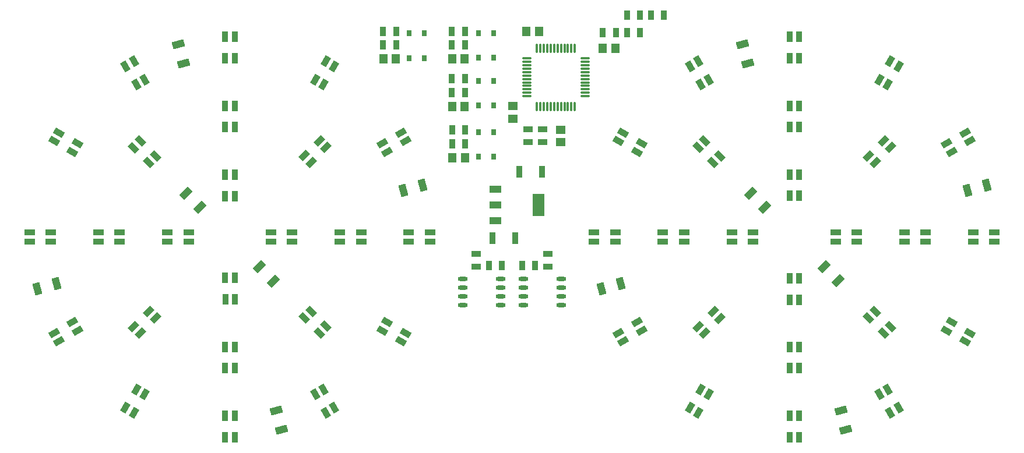
<source format=gtp>
G04 Layer_Color=8421504*
%FSLAX44Y44*%
%MOMM*%
G71*
G01*
G75*
%ADD10O,0.3000X1.4500*%
%ADD11O,1.4500X0.3000*%
%ADD12O,1.4500X0.6000*%
%ADD13R,0.8000X0.9500*%
G04:AMPARAMS|DCode=14|XSize=1.05mm|YSize=1.75mm|CornerRadius=0mm|HoleSize=0mm|Usage=FLASHONLY|Rotation=314.423|XOffset=0mm|YOffset=0mm|HoleType=Round|Shape=Rectangle|*
%AMROTATEDRECTD14*
4,1,4,-0.9924,-0.2375,0.2574,0.9874,0.9924,0.2375,-0.2574,-0.9874,-0.9924,-0.2375,0.0*
%
%ADD14ROTATEDRECTD14*%

%ADD15R,0.9500X1.4000*%
%ADD16R,1.7500X1.0000*%
%ADD17R,1.7500X3.2500*%
G04:AMPARAMS|DCode=18|XSize=0.9mm|YSize=1.5mm|CornerRadius=0mm|HoleSize=0mm|Usage=FLASHONLY|Rotation=180.309|XOffset=0mm|YOffset=0mm|HoleType=Round|Shape=Rectangle|*
%AMROTATEDRECTD18*
4,1,4,0.4460,0.7524,0.4540,-0.7476,-0.4460,-0.7524,-0.4540,0.7476,0.4460,0.7524,0.0*
%
%ADD18ROTATEDRECTD18*%

%ADD19R,0.9000X1.8000*%
%ADD20R,1.1500X1.4500*%
%ADD21R,1.1500X1.4500*%
%ADD22R,1.4000X0.9500*%
%ADD23R,1.4500X1.1500*%
G04:AMPARAMS|DCode=24|XSize=1.05mm|YSize=1.75mm|CornerRadius=0mm|HoleSize=0mm|Usage=FLASHONLY|Rotation=105.000|XOffset=0mm|YOffset=0mm|HoleType=Round|Shape=Rectangle|*
%AMROTATEDRECTD24*
4,1,4,0.9811,-0.2806,-0.7093,-0.7336,-0.9811,0.2806,0.7093,0.7336,0.9811,-0.2806,0.0*
%
%ADD24ROTATEDRECTD24*%

G04:AMPARAMS|DCode=25|XSize=1.05mm|YSize=1.75mm|CornerRadius=0mm|HoleSize=0mm|Usage=FLASHONLY|Rotation=195.000|XOffset=0mm|YOffset=0mm|HoleType=Round|Shape=Rectangle|*
%AMROTATEDRECTD25*
4,1,4,0.2806,0.9811,0.7336,-0.7093,-0.2806,-0.9811,-0.7336,0.7093,0.2806,0.9811,0.0*
%
%ADD25ROTATEDRECTD25*%

G04:AMPARAMS|DCode=26|XSize=1.05mm|YSize=1.75mm|CornerRadius=0mm|HoleSize=0mm|Usage=FLASHONLY|Rotation=195.000|XOffset=0mm|YOffset=0mm|HoleType=Round|Shape=Rectangle|*
%AMROTATEDRECTD26*
4,1,4,0.2806,0.9811,0.7336,-0.7093,-0.2806,-0.9811,-0.7336,0.7093,0.2806,0.9811,0.0*
%
%ADD26ROTATEDRECTD26*%

G04:AMPARAMS|DCode=27|XSize=1.05mm|YSize=1.75mm|CornerRadius=0mm|HoleSize=0mm|Usage=FLASHONLY|Rotation=135.000|XOffset=0mm|YOffset=0mm|HoleType=Round|Shape=Rectangle|*
%AMROTATEDRECTD27*
4,1,4,0.9899,0.2475,-0.2475,-0.9899,-0.9899,-0.2475,0.2475,0.9899,0.9899,0.2475,0.0*
%
%ADD27ROTATEDRECTD27*%

G04:AMPARAMS|DCode=28|XSize=1.05mm|YSize=1.75mm|CornerRadius=0mm|HoleSize=0mm|Usage=FLASHONLY|Rotation=105.000|XOffset=0mm|YOffset=0mm|HoleType=Round|Shape=Rectangle|*
%AMROTATEDRECTD28*
4,1,4,0.9811,-0.2806,-0.7093,-0.7336,-0.9811,0.2806,0.7093,0.7336,0.9811,-0.2806,0.0*
%
%ADD28ROTATEDRECTD28*%

G04:AMPARAMS|DCode=29|XSize=1.05mm|YSize=1.75mm|CornerRadius=0mm|HoleSize=0mm|Usage=FLASHONLY|Rotation=195.015|XOffset=0mm|YOffset=0mm|HoleType=Round|Shape=Rectangle|*
%AMROTATEDRECTD29*
4,1,4,0.2804,0.9811,0.7338,-0.7091,-0.2804,-0.9811,-0.7338,0.7091,0.2804,0.9811,0.0*
%
%ADD29ROTATEDRECTD29*%

G04:AMPARAMS|DCode=30|XSize=1.05mm|YSize=1.75mm|CornerRadius=0mm|HoleSize=0mm|Usage=FLASHONLY|Rotation=105.000|XOffset=0mm|YOffset=0mm|HoleType=Round|Shape=Rectangle|*
%AMROTATEDRECTD30*
4,1,4,0.9811,-0.2807,-0.7093,-0.7336,-0.9811,0.2807,0.7093,0.7336,0.9811,-0.2807,0.0*
%
%ADD30ROTATEDRECTD30*%

%ADD31R,1.5000X0.9000*%
G04:AMPARAMS|DCode=32|XSize=0.9mm|YSize=1.5mm|CornerRadius=0mm|HoleSize=0mm|Usage=FLASHONLY|Rotation=60.000|XOffset=0mm|YOffset=0mm|HoleType=Round|Shape=Rectangle|*
%AMROTATEDRECTD32*
4,1,4,0.4245,-0.7647,-0.8745,-0.0147,-0.4245,0.7647,0.8745,0.0147,0.4245,-0.7647,0.0*
%
%ADD32ROTATEDRECTD32*%

G04:AMPARAMS|DCode=33|XSize=0.9mm|YSize=1.5mm|CornerRadius=0mm|HoleSize=0mm|Usage=FLASHONLY|Rotation=30.000|XOffset=0mm|YOffset=0mm|HoleType=Round|Shape=Rectangle|*
%AMROTATEDRECTD33*
4,1,4,-0.0147,-0.8745,-0.7647,0.4245,0.0147,0.8745,0.7647,-0.4245,-0.0147,-0.8745,0.0*
%
%ADD33ROTATEDRECTD33*%

%ADD34R,0.9000X1.5000*%
G04:AMPARAMS|DCode=35|XSize=0.9mm|YSize=1.5mm|CornerRadius=0mm|HoleSize=0mm|Usage=FLASHONLY|Rotation=150.000|XOffset=0mm|YOffset=0mm|HoleType=Round|Shape=Rectangle|*
%AMROTATEDRECTD35*
4,1,4,0.7647,0.4245,0.0147,-0.8745,-0.7647,-0.4245,-0.0147,0.8745,0.7647,0.4245,0.0*
%
%ADD35ROTATEDRECTD35*%

G04:AMPARAMS|DCode=36|XSize=0.9mm|YSize=1.5mm|CornerRadius=0mm|HoleSize=0mm|Usage=FLASHONLY|Rotation=120.000|XOffset=0mm|YOffset=0mm|HoleType=Round|Shape=Rectangle|*
%AMROTATEDRECTD36*
4,1,4,0.8745,-0.0147,-0.4245,-0.7647,-0.8745,0.0147,0.4245,0.7647,0.8745,-0.0147,0.0*
%
%ADD36ROTATEDRECTD36*%

G04:AMPARAMS|DCode=37|XSize=0.9mm|YSize=1.5mm|CornerRadius=0mm|HoleSize=0mm|Usage=FLASHONLY|Rotation=45.000|XOffset=0mm|YOffset=0mm|HoleType=Round|Shape=Rectangle|*
%AMROTATEDRECTD37*
4,1,4,0.2121,-0.8485,-0.8485,0.2121,-0.2121,0.8485,0.8485,-0.2121,0.2121,-0.8485,0.0*
%
%ADD37ROTATEDRECTD37*%

G04:AMPARAMS|DCode=38|XSize=0.9mm|YSize=1.5mm|CornerRadius=0mm|HoleSize=0mm|Usage=FLASHONLY|Rotation=315.064|XOffset=0mm|YOffset=0mm|HoleType=Round|Shape=Rectangle|*
%AMROTATEDRECTD38*
4,1,4,-0.8483,-0.2131,0.2112,0.8488,0.8483,0.2131,-0.2112,-0.8488,-0.8483,-0.2131,0.0*
%
%ADD38ROTATEDRECTD38*%

G04:AMPARAMS|DCode=39|XSize=0.9mm|YSize=1.5mm|CornerRadius=0mm|HoleSize=0mm|Usage=FLASHONLY|Rotation=315.064|XOffset=0mm|YOffset=0mm|HoleType=Round|Shape=Rectangle|*
%AMROTATEDRECTD39*
4,1,4,-0.8483,-0.2131,0.2112,0.8488,0.8483,0.2131,-0.2112,-0.8488,-0.8483,-0.2131,0.0*
%
%ADD39ROTATEDRECTD39*%

G04:AMPARAMS|DCode=40|XSize=0.9mm|YSize=1.5mm|CornerRadius=0mm|HoleSize=0mm|Usage=FLASHONLY|Rotation=315.000|XOffset=0mm|YOffset=0mm|HoleType=Round|Shape=Rectangle|*
%AMROTATEDRECTD40*
4,1,4,-0.8485,-0.2121,0.2121,0.8485,0.8485,0.2121,-0.2121,-0.8485,-0.8485,-0.2121,0.0*
%
%ADD40ROTATEDRECTD40*%

G04:AMPARAMS|DCode=41|XSize=0.9mm|YSize=1.5mm|CornerRadius=0mm|HoleSize=0mm|Usage=FLASHONLY|Rotation=45.000|XOffset=0mm|YOffset=0mm|HoleType=Round|Shape=Rectangle|*
%AMROTATEDRECTD41*
4,1,4,0.2121,-0.8485,-0.8485,0.2121,-0.2121,0.8485,0.8485,-0.2121,0.2121,-0.8485,0.0*
%
%ADD41ROTATEDRECTD41*%

%ADD42R,1.5000X0.9000*%
D10*
X786250Y530000D02*
D03*
X791250Y530000D02*
D03*
X796250Y530000D02*
D03*
X801250Y530000D02*
D03*
X806250Y530000D02*
D03*
X811250D02*
D03*
X816250Y530000D02*
D03*
X821250Y530000D02*
D03*
X826250D02*
D03*
X831250D02*
D03*
X836250Y530000D02*
D03*
X841250D02*
D03*
X841250Y614500D02*
D03*
X836250Y614500D02*
D03*
X831250Y614500D02*
D03*
X826250Y614500D02*
D03*
X821250Y614500D02*
D03*
X816250Y614500D02*
D03*
X811250Y614500D02*
D03*
X806250Y614500D02*
D03*
X801250Y614500D02*
D03*
X796250D02*
D03*
X791250Y614500D02*
D03*
X786250D02*
D03*
D11*
X856000Y544750D02*
D03*
X856000Y549750D02*
D03*
X856000Y554750D02*
D03*
X856000Y559750D02*
D03*
X856000Y564750D02*
D03*
Y569750D02*
D03*
X856000Y574750D02*
D03*
X856000Y579750D02*
D03*
Y584750D02*
D03*
Y589750D02*
D03*
X856000Y594750D02*
D03*
Y599750D02*
D03*
X771500Y599750D02*
D03*
X771500Y594750D02*
D03*
X771500Y589750D02*
D03*
X771500Y584750D02*
D03*
X771500Y579750D02*
D03*
X771500Y574750D02*
D03*
X771500Y569750D02*
D03*
X771500Y564750D02*
D03*
X771500Y559750D02*
D03*
Y554750D02*
D03*
X771500Y549750D02*
D03*
Y544750D02*
D03*
D12*
X678750Y279300D02*
D03*
Y266600D02*
D03*
Y253900D02*
D03*
Y241200D02*
D03*
X733250Y279300D02*
D03*
Y266600D02*
D03*
Y253900D02*
D03*
Y241200D02*
D03*
X821250Y241250D02*
D03*
Y253950D02*
D03*
Y266650D02*
D03*
Y279350D02*
D03*
X766750Y241250D02*
D03*
Y253950D02*
D03*
Y266650D02*
D03*
Y279350D02*
D03*
D13*
X723000Y567000D02*
D03*
Y531000D02*
D03*
X622747Y636000D02*
D03*
Y600000D02*
D03*
X600953Y600000D02*
D03*
Y636000D02*
D03*
X723000Y636698D02*
D03*
Y600698D02*
D03*
X701000Y600698D02*
D03*
Y636698D02*
D03*
X723500Y492506D02*
D03*
Y456506D02*
D03*
X701500Y456506D02*
D03*
Y492506D02*
D03*
X701000Y531000D02*
D03*
Y567000D02*
D03*
D14*
X382616Y296517D02*
D03*
X402915Y275806D02*
D03*
D15*
X662500Y570000D02*
D03*
X681500D02*
D03*
X881925Y637439D02*
D03*
X900925D02*
D03*
X935925D02*
D03*
X916925D02*
D03*
X783750Y298500D02*
D03*
X764750D02*
D03*
X562630Y619000D02*
D03*
X581630D02*
D03*
X562630Y639000D02*
D03*
X581630D02*
D03*
X716250Y298500D02*
D03*
X735250D02*
D03*
X681500Y619000D02*
D03*
X662500D02*
D03*
Y639000D02*
D03*
X681500D02*
D03*
X970925Y662439D02*
D03*
X951925D02*
D03*
X916925D02*
D03*
X935925D02*
D03*
X682000Y475506D02*
D03*
X663000D02*
D03*
Y495506D02*
D03*
X682000D02*
D03*
X662500Y550000D02*
D03*
X681500D02*
D03*
D16*
X726250Y409465D02*
D03*
Y386465D02*
D03*
Y363465D02*
D03*
D17*
X788750Y386465D02*
D03*
D18*
X333320Y280621D02*
D03*
X347320Y280697D02*
D03*
X347487Y249697D02*
D03*
X333487Y249622D02*
D03*
X347000Y499899D02*
D03*
X333000D02*
D03*
X347000Y599899D02*
D03*
X333000D02*
D03*
X1167000Y149101D02*
D03*
X1153000D02*
D03*
X1167000Y49101D02*
D03*
X1153000D02*
D03*
X347000Y399531D02*
D03*
X333000D02*
D03*
X1167000Y248805D02*
D03*
X1153000D02*
D03*
X1167000Y499899D02*
D03*
X1153000D02*
D03*
X1167000Y599899D02*
D03*
X1153000D02*
D03*
X347000Y149101D02*
D03*
X333000D02*
D03*
X347000Y49101D02*
D03*
X333000D02*
D03*
X1167000Y399899D02*
D03*
X1153000D02*
D03*
D19*
X721750Y338000D02*
D03*
X754250D02*
D03*
X793250Y434965D02*
D03*
X760750D02*
D03*
D20*
X663000Y530000D02*
D03*
X681000D02*
D03*
X563247Y599000D02*
D03*
X581247D02*
D03*
X663000D02*
D03*
X681000D02*
D03*
X663500Y455267D02*
D03*
X681500D02*
D03*
D21*
X789000Y639000D02*
D03*
X771000D02*
D03*
X900000Y614646D02*
D03*
X882000Y614646D02*
D03*
D22*
X773250Y477629D02*
D03*
Y496629D02*
D03*
X802250Y296500D02*
D03*
Y315500D02*
D03*
X697750Y296500D02*
D03*
Y315500D02*
D03*
X794500Y496629D02*
D03*
Y477629D02*
D03*
D23*
X820500Y478129D02*
D03*
Y496129D02*
D03*
X751250Y512250D02*
D03*
X751250Y530250D02*
D03*
D24*
X1235032Y59978D02*
D03*
X1227526Y87991D02*
D03*
X264968Y620022D02*
D03*
X1084968Y620021D02*
D03*
X407525Y87991D02*
D03*
D25*
X620022Y415032D02*
D03*
X592010Y407526D02*
D03*
X879979Y264968D02*
D03*
X1411993Y407591D02*
D03*
X59979Y264968D02*
D03*
D26*
X907990Y272474D02*
D03*
X87991Y272474D02*
D03*
D27*
X296937Y383063D02*
D03*
X276431Y403569D02*
D03*
X1203063Y296937D02*
D03*
X1223569Y276431D02*
D03*
X1116937Y383063D02*
D03*
X1096431Y403569D02*
D03*
D28*
X272474Y592010D02*
D03*
X1092474Y592010D02*
D03*
D29*
X1440003Y415104D02*
D03*
D30*
X415031Y59979D02*
D03*
D31*
X1319899Y333000D02*
D03*
Y347000D02*
D03*
X1350899D02*
D03*
Y333000D02*
D03*
X1419899D02*
D03*
Y347000D02*
D03*
X1450899D02*
D03*
Y333000D02*
D03*
X399531D02*
D03*
Y347000D02*
D03*
X430531D02*
D03*
Y333000D02*
D03*
X1100469Y347000D02*
D03*
Y333000D02*
D03*
X1069469D02*
D03*
Y347000D02*
D03*
X180101D02*
D03*
Y333000D02*
D03*
X149101D02*
D03*
Y347000D02*
D03*
X80101D02*
D03*
Y333000D02*
D03*
X49101D02*
D03*
Y347000D02*
D03*
X1000101D02*
D03*
Y333000D02*
D03*
X969101D02*
D03*
Y347000D02*
D03*
X900101D02*
D03*
Y333000D02*
D03*
X869101D02*
D03*
Y347000D02*
D03*
X499899Y333000D02*
D03*
Y347000D02*
D03*
X530899D02*
D03*
Y333000D02*
D03*
X599899D02*
D03*
Y347000D02*
D03*
X630899D02*
D03*
Y333000D02*
D03*
X1219899D02*
D03*
Y347000D02*
D03*
X1250899D02*
D03*
Y333000D02*
D03*
X280469Y347000D02*
D03*
Y333000D02*
D03*
D32*
X1415427Y200612D02*
D03*
X1408427Y188488D02*
D03*
X1381580Y203988D02*
D03*
X1388580Y216112D02*
D03*
X84573Y479388D02*
D03*
X91573Y491512D02*
D03*
X118420Y476012D02*
D03*
X111420Y463888D02*
D03*
X904573Y479388D02*
D03*
X911573Y491512D02*
D03*
X938420Y476012D02*
D03*
X931420Y463888D02*
D03*
X595427Y200612D02*
D03*
X588427Y188488D02*
D03*
X561580Y203988D02*
D03*
X568580Y216112D02*
D03*
D33*
X1311512Y91573D02*
D03*
X1299388Y84573D02*
D03*
X1283888Y111420D02*
D03*
X1296012Y118420D02*
D03*
X188488Y588427D02*
D03*
X200612Y595427D02*
D03*
X216112Y568580D02*
D03*
X203988Y561580D02*
D03*
X1008488Y588427D02*
D03*
X1020612Y595427D02*
D03*
X1036112Y568580D02*
D03*
X1023988Y561580D02*
D03*
X491512Y91573D02*
D03*
X479388Y84573D02*
D03*
X463888Y111420D02*
D03*
X476012Y118420D02*
D03*
D34*
X333000Y530899D02*
D03*
X347000D02*
D03*
X333000Y630899D02*
D03*
X347000D02*
D03*
X1153000Y180101D02*
D03*
X1167000D02*
D03*
X1153000Y80101D02*
D03*
X1167000D02*
D03*
X333000Y430531D02*
D03*
X347000D02*
D03*
X1153000Y279804D02*
D03*
X1167000D02*
D03*
X1153000Y530899D02*
D03*
X1167000D02*
D03*
X1153000Y630899D02*
D03*
X1167000D02*
D03*
X333000Y180101D02*
D03*
X347000D02*
D03*
X333000Y80101D02*
D03*
X347000D02*
D03*
X1153000Y430899D02*
D03*
X1167000D02*
D03*
D35*
X479388Y595428D02*
D03*
X491513Y588428D02*
D03*
X476013Y561581D02*
D03*
X463888Y568581D02*
D03*
X1020612Y84573D02*
D03*
X1008488Y91573D02*
D03*
X1023988Y118420D02*
D03*
X1036112Y111420D02*
D03*
X1299388Y595427D02*
D03*
X1311512Y588427D02*
D03*
X1296012Y561580D02*
D03*
X1283888Y568580D02*
D03*
X200612Y84573D02*
D03*
X188488Y91573D02*
D03*
X203988Y118420D02*
D03*
X216112Y111420D02*
D03*
D36*
X588428Y491513D02*
D03*
X595428Y479388D02*
D03*
X568581Y463888D02*
D03*
X561581Y476013D02*
D03*
X911573Y188488D02*
D03*
X904573Y200612D02*
D03*
X931420Y216112D02*
D03*
X938420Y203988D02*
D03*
X1408427Y491512D02*
D03*
X1415427Y479388D02*
D03*
X1388580Y463888D02*
D03*
X1381580Y476012D02*
D03*
X91573Y188488D02*
D03*
X84573Y200612D02*
D03*
X111420Y216112D02*
D03*
X118420Y203988D02*
D03*
D37*
X479798Y210101D02*
D03*
X469899Y200202D02*
D03*
X447979Y222122D02*
D03*
X457878Y232021D02*
D03*
X1020063Y470037D02*
D03*
X1029963Y479937D02*
D03*
X1051883Y458017D02*
D03*
X1041983Y448117D02*
D03*
X1299937Y209963D02*
D03*
X1290037Y200063D02*
D03*
X1268117Y221984D02*
D03*
X1278017Y231883D02*
D03*
X200202Y469899D02*
D03*
X210101Y479799D02*
D03*
D38*
X457895Y448247D02*
D03*
X447984Y458136D02*
D03*
X469880Y480081D02*
D03*
X479790Y470192D02*
D03*
X1042105Y231753D02*
D03*
X1052016Y221864D02*
D03*
X1290036Y479936D02*
D03*
X1299936Y470036D02*
D03*
X221985Y231884D02*
D03*
X231884Y221985D02*
D03*
D39*
X1030120Y199919D02*
D03*
X1020209Y209808D02*
D03*
D40*
X1278015Y448116D02*
D03*
X1268116Y458015D02*
D03*
X209964Y200064D02*
D03*
X200064Y209964D02*
D03*
D41*
X232022Y457878D02*
D03*
X222122Y447979D02*
D03*
D42*
X249469Y333000D02*
D03*
Y347000D02*
D03*
M02*

</source>
